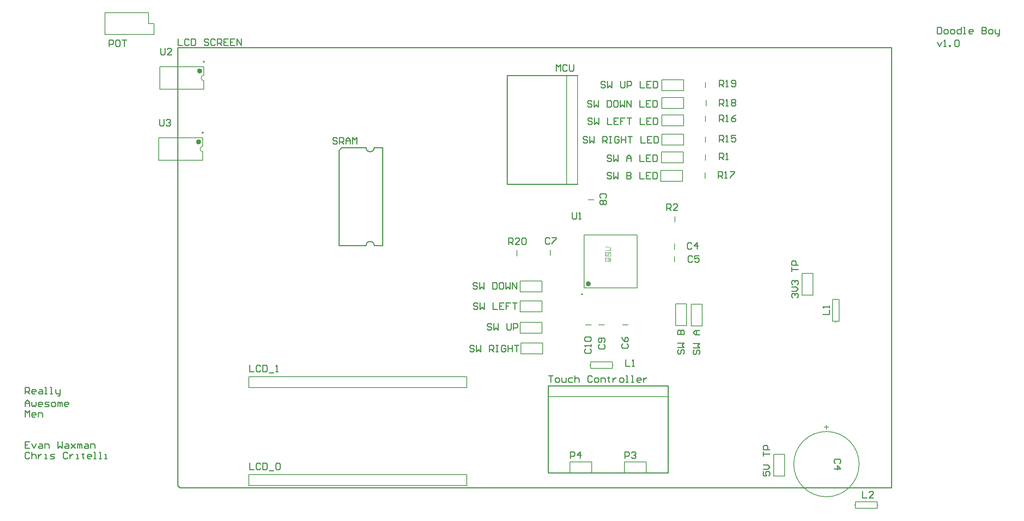
<source format=gto>
G04*
G04 #@! TF.GenerationSoftware,Altium Limited,Altium Designer,18.1.6 (161)*
G04*
G04 Layer_Color=65535*
%FSLAX25Y25*%
%MOIN*%
G70*
G01*
G75*
%ADD10C,0.00787*%
%ADD11C,0.02362*%
%ADD12C,0.00984*%
%ADD13C,0.01000*%
%ADD14C,0.00500*%
%ADD15C,0.00591*%
%ADD16C,0.00300*%
D10*
X875000Y149500D02*
G03*
X875000Y149500I-30000J0D01*
G01*
X272776Y441756D02*
G03*
X272776Y436756I0J-2500D01*
G01*
X273776Y507000D02*
G03*
X273776Y502000I0J-2500D01*
G01*
X627600Y240500D02*
X628500D01*
X648500D02*
X649400D01*
X628500D02*
Y243500D01*
X648500D01*
Y237500D02*
Y243500D01*
X628500Y237500D02*
X648500D01*
X628500D02*
Y240500D01*
X891500Y112020D02*
Y115020D01*
X871500D02*
X891500D01*
X871500Y109020D02*
Y115020D01*
Y109020D02*
X891500D01*
Y112020D01*
X870600D02*
X871500D01*
X891500D02*
X892400D01*
X853776Y300760D02*
Y301660D01*
Y279860D02*
Y280760D01*
Y300760D02*
X856776D01*
Y280760D02*
Y300760D01*
X850776Y280760D02*
X856776D01*
X850776D02*
Y300760D01*
X853776D01*
X561063Y340941D02*
Y346059D01*
X806500Y138500D02*
Y158500D01*
X796500D02*
X806500D01*
X796500Y138500D02*
Y158500D01*
Y138500D02*
X806500D01*
X822500Y305000D02*
Y325000D01*
Y305000D02*
X832500D01*
Y325000D01*
X822500D02*
X832500D01*
X183000Y564500D02*
X223000D01*
Y554500D02*
Y564500D01*
Y554500D02*
X228000D01*
Y544500D02*
Y554500D01*
X183000Y544500D02*
X228000D01*
X183000D02*
Y564500D01*
X733563Y412346D02*
Y417465D01*
X734000Y428941D02*
Y434059D01*
X734500Y478941D02*
Y484059D01*
X734000Y445441D02*
Y450559D01*
Y464441D02*
Y469559D01*
X693000Y409500D02*
X713000D01*
Y419500D01*
X693000D02*
X713000D01*
X693000Y409500D02*
Y419500D01*
X693500Y426500D02*
X713500D01*
Y436500D01*
X693500D02*
X713500D01*
X693500Y426500D02*
Y436500D01*
X694000Y443000D02*
X714000D01*
Y453000D01*
X694000D02*
X714000D01*
X694000Y443000D02*
Y453000D01*
X606500Y507000D02*
X616500D01*
Y407000D02*
Y507000D01*
X606500Y407000D02*
X616500D01*
X606500D02*
Y414500D01*
Y507000D01*
X694000Y460500D02*
X714000D01*
Y470500D01*
X694000D02*
X714000D01*
X694000Y460500D02*
Y470500D01*
X733937Y495441D02*
Y500559D01*
X694000Y476500D02*
X714000D01*
Y486500D01*
X694000D02*
X714000D01*
X694000Y476500D02*
Y486500D01*
Y493000D02*
X714000D01*
Y503000D01*
X694000D02*
X714000D01*
X694000Y493000D02*
Y503000D01*
X731000Y276500D02*
Y296500D01*
X721000D02*
X731000D01*
X721000Y276500D02*
Y296500D01*
Y276500D02*
X731000D01*
X716626Y277000D02*
Y297000D01*
X706626D02*
X716626D01*
X706626Y277000D02*
Y297000D01*
Y277000D02*
X716626D01*
X564000Y289500D02*
X584000D01*
Y299500D01*
X564000D02*
X584000D01*
X564000Y289500D02*
Y299500D01*
Y308000D02*
X584000D01*
Y318000D01*
X564000D02*
X584000D01*
X564000Y308000D02*
Y318000D01*
X564500Y251000D02*
X584500D01*
Y261000D01*
X564500D02*
X584500D01*
X564500Y251000D02*
Y261000D01*
X564000Y270000D02*
X584000D01*
Y280000D01*
X564000D02*
X584000D01*
X564000Y270000D02*
Y280000D01*
X624047Y277638D02*
X629165D01*
X636047D02*
X641165D01*
X657941D02*
X663059D01*
X591500Y341441D02*
Y346559D01*
X626441Y392437D02*
X631559D01*
X705500Y347047D02*
Y352165D01*
Y335547D02*
Y340665D01*
X232224Y428823D02*
Y449689D01*
X272776Y428823D02*
Y436756D01*
Y441756D02*
Y449689D01*
X232224Y428823D02*
X272776D01*
X232224Y449689D02*
X272776D01*
X233224Y494067D02*
Y514933D01*
X273776Y494067D02*
Y502000D01*
Y507000D02*
Y514933D01*
X233224Y494067D02*
X273776D01*
X233224Y514933D02*
X273776D01*
X706063Y372079D02*
Y377197D01*
X622571Y311386D02*
X671390D01*
X622571Y360205D02*
X671390D01*
X622571Y311386D02*
Y360205D01*
X671390Y311386D02*
Y360205D01*
X609500Y141500D02*
Y151500D01*
X629500D01*
Y141500D02*
Y151500D01*
X609500Y141500D02*
X629500D01*
X659500D02*
Y151500D01*
X679500D01*
Y141500D02*
Y151500D01*
X659500Y141500D02*
X679500D01*
X589500Y211500D02*
X692000D01*
X699500D01*
Y221500D01*
X589500D02*
X699500D01*
X589500Y211500D02*
Y221500D01*
X515000Y220000D02*
Y230000D01*
X315000Y220000D02*
X515000D01*
X315000D02*
Y230000D01*
X322500D01*
X515000D01*
Y130000D02*
Y140000D01*
X315000Y130000D02*
X515000D01*
X315000D02*
Y140000D01*
X322500D01*
X515000D01*
D11*
X270020Y445752D02*
G03*
X270020Y445752I-1181J0D01*
G01*
X271020Y510996D02*
G03*
X271020Y510996I-1181J0D01*
G01*
X627689Y315323D02*
G03*
X627689Y315323I-1181J0D01*
G01*
D12*
X273110Y454256D02*
G03*
X273110Y454256I-492J0D01*
G01*
X274110Y519500D02*
G03*
X274110Y519500I-492J0D01*
G01*
X621095Y305776D02*
G03*
X621095Y305776I-492J0D01*
G01*
D13*
X422528Y440461D02*
G03*
X430028Y440461I3750J0D01*
G01*
Y350461D02*
G03*
X422528Y350461I-3750J0D01*
G01*
X589500Y221500D02*
X699500D01*
Y141500D02*
Y221500D01*
X589500Y141500D02*
X699500D01*
X589500D02*
Y221500D01*
X552000Y407000D02*
X616500D01*
X552000D02*
Y409000D01*
Y507000D01*
X616500D01*
X249500Y130000D02*
Y532500D01*
Y130000D02*
X251500Y128000D01*
X904500D01*
Y532500D01*
X249500D02*
X904500D01*
X397528Y437961D02*
X400028Y440461D01*
X397528Y350461D02*
Y437961D01*
Y350461D02*
X422528D01*
X430028D02*
X437528D01*
Y440461D01*
X400028D02*
X422528D01*
X430028D02*
X437528D01*
X109500Y214085D02*
Y220083D01*
X112499D01*
X113499Y219084D01*
Y217084D01*
X112499Y216085D01*
X109500D01*
X111499D02*
X113499Y214085D01*
X118497D02*
X116498D01*
X115498Y215085D01*
Y217084D01*
X116498Y218084D01*
X118497D01*
X119497Y217084D01*
Y216085D01*
X115498D01*
X122496Y218084D02*
X124495D01*
X125495Y217084D01*
Y214085D01*
X122496D01*
X121496Y215085D01*
X122496Y216085D01*
X125495D01*
X127494Y214085D02*
X129493D01*
X128494D01*
Y220083D01*
X127494D01*
X132493Y214085D02*
X134492D01*
X133492D01*
Y220083D01*
X132493D01*
X137491Y218084D02*
Y215085D01*
X138491Y214085D01*
X141490D01*
Y213086D01*
X140490Y212086D01*
X139490D01*
X141490Y214085D02*
Y218084D01*
X109500Y202488D02*
Y206487D01*
X111499Y208486D01*
X113499Y206487D01*
Y202488D01*
Y205487D01*
X109500D01*
X115498Y206487D02*
Y203488D01*
X116498Y202488D01*
X117497Y203488D01*
X118497Y202488D01*
X119497Y203488D01*
Y206487D01*
X124495Y202488D02*
X122496D01*
X121496Y203488D01*
Y205487D01*
X122496Y206487D01*
X124495D01*
X125495Y205487D01*
Y204488D01*
X121496D01*
X127494Y202488D02*
X130493D01*
X131493Y203488D01*
X130493Y204488D01*
X128494D01*
X127494Y205487D01*
X128494Y206487D01*
X131493D01*
X134492Y202488D02*
X136491D01*
X137491Y203488D01*
Y205487D01*
X136491Y206487D01*
X134492D01*
X133492Y205487D01*
Y203488D01*
X134492Y202488D01*
X139490D02*
Y206487D01*
X140490D01*
X141490Y205487D01*
Y202488D01*
Y205487D01*
X142489Y206487D01*
X143489Y205487D01*
Y202488D01*
X148487D02*
X146488D01*
X145488Y203488D01*
Y205487D01*
X146488Y206487D01*
X148487D01*
X149487Y205487D01*
Y204488D01*
X145488D01*
X109500Y192891D02*
Y198889D01*
X111499Y196889D01*
X113499Y198889D01*
Y192891D01*
X118497D02*
X116498D01*
X115498Y193890D01*
Y195890D01*
X116498Y196889D01*
X118497D01*
X119497Y195890D01*
Y194890D01*
X115498D01*
X121496Y192891D02*
Y196889D01*
X124495D01*
X125495Y195890D01*
Y192891D01*
X113499Y170096D02*
X109500D01*
Y164098D01*
X113499D01*
X109500Y167097D02*
X111499D01*
X115498Y168096D02*
X117497Y164098D01*
X119497Y168096D01*
X122496D02*
X124495D01*
X125495Y167097D01*
Y164098D01*
X122496D01*
X121496Y165097D01*
X122496Y166097D01*
X125495D01*
X127494Y164098D02*
Y168096D01*
X130493D01*
X131493Y167097D01*
Y164098D01*
X139490Y170096D02*
Y164098D01*
X141490Y166097D01*
X143489Y164098D01*
Y170096D01*
X146488Y168096D02*
X148487D01*
X149487Y167097D01*
Y164098D01*
X146488D01*
X145488Y165097D01*
X146488Y166097D01*
X149487D01*
X151486Y168096D02*
X155485Y164098D01*
X153486Y166097D01*
X155485Y168096D01*
X151486Y164098D01*
X157484D02*
Y168096D01*
X158484D01*
X159484Y167097D01*
Y164098D01*
Y167097D01*
X160484Y168096D01*
X161483Y167097D01*
Y164098D01*
X164482Y168096D02*
X166482D01*
X167481Y167097D01*
Y164098D01*
X164482D01*
X163482Y165097D01*
X164482Y166097D01*
X167481D01*
X169481Y164098D02*
Y168096D01*
X172480D01*
X173479Y167097D01*
Y164098D01*
X113499Y159498D02*
X112499Y160498D01*
X110500D01*
X109500Y159498D01*
Y155500D01*
X110500Y154500D01*
X112499D01*
X113499Y155500D01*
X115498Y160498D02*
Y154500D01*
Y157499D01*
X116498Y158499D01*
X118497D01*
X119497Y157499D01*
Y154500D01*
X121496Y158499D02*
Y154500D01*
Y156499D01*
X122496Y157499D01*
X123495Y158499D01*
X124495D01*
X127494Y154500D02*
X129493D01*
X128494D01*
Y158499D01*
X127494D01*
X132493Y154500D02*
X135492D01*
X136491Y155500D01*
X135492Y156499D01*
X133492D01*
X132493Y157499D01*
X133492Y158499D01*
X136491D01*
X148487Y159498D02*
X147488Y160498D01*
X145488D01*
X144489Y159498D01*
Y155500D01*
X145488Y154500D01*
X147488D01*
X148487Y155500D01*
X150487Y158499D02*
Y154500D01*
Y156499D01*
X151486Y157499D01*
X152486Y158499D01*
X153486D01*
X156485Y154500D02*
X158484D01*
X157484D01*
Y158499D01*
X156485D01*
X162483Y159498D02*
Y158499D01*
X161483D01*
X163482D01*
X162483D01*
Y155500D01*
X163482Y154500D01*
X169481D02*
X167481D01*
X166482Y155500D01*
Y157499D01*
X167481Y158499D01*
X169481D01*
X170480Y157499D01*
Y156499D01*
X166482D01*
X172480Y154500D02*
X174479D01*
X173479D01*
Y160498D01*
X172480D01*
X177478Y154500D02*
X179477D01*
X178478D01*
Y160498D01*
X177478D01*
X182476Y154500D02*
X184476D01*
X183476D01*
Y158499D01*
X182476D01*
X946500Y551095D02*
Y545097D01*
X949499D01*
X950499Y546097D01*
Y550095D01*
X949499Y551095D01*
X946500D01*
X953498Y545097D02*
X955497D01*
X956497Y546097D01*
Y548096D01*
X955497Y549096D01*
X953498D01*
X952498Y548096D01*
Y546097D01*
X953498Y545097D01*
X959496D02*
X961495D01*
X962495Y546097D01*
Y548096D01*
X961495Y549096D01*
X959496D01*
X958496Y548096D01*
Y546097D01*
X959496Y545097D01*
X968493Y551095D02*
Y545097D01*
X965494D01*
X964494Y546097D01*
Y548096D01*
X965494Y549096D01*
X968493D01*
X970492Y545097D02*
X972492D01*
X971492D01*
Y551095D01*
X970492D01*
X978490Y545097D02*
X976490D01*
X975491Y546097D01*
Y548096D01*
X976490Y549096D01*
X978490D01*
X979489Y548096D01*
Y547096D01*
X975491D01*
X987487Y551095D02*
Y545097D01*
X990486D01*
X991485Y546097D01*
Y547096D01*
X990486Y548096D01*
X987487D01*
X990486D01*
X991485Y549096D01*
Y550095D01*
X990486Y551095D01*
X987487D01*
X994485Y545097D02*
X996484D01*
X997484Y546097D01*
Y548096D01*
X996484Y549096D01*
X994485D01*
X993485Y548096D01*
Y546097D01*
X994485Y545097D01*
X999483Y549096D02*
Y546097D01*
X1000482Y545097D01*
X1003482D01*
Y544097D01*
X1002482Y543098D01*
X1001482D01*
X1003482Y545097D02*
Y549096D01*
X946500Y537499D02*
X948499Y533500D01*
X950499Y537499D01*
X952498Y533500D02*
X954497D01*
X953498D01*
Y539498D01*
X952498Y538498D01*
X957496Y533500D02*
Y534500D01*
X958496D01*
Y533500D01*
X957496D01*
X962495Y538498D02*
X963494Y539498D01*
X965494D01*
X966494Y538498D01*
Y534500D01*
X965494Y533500D01*
X963494D01*
X962495Y534500D01*
Y538498D01*
X250000Y540498D02*
Y534500D01*
X253999D01*
X259997Y539498D02*
X258997Y540498D01*
X256998D01*
X255998Y539498D01*
Y535500D01*
X256998Y534500D01*
X258997D01*
X259997Y535500D01*
X261996Y540498D02*
Y534500D01*
X264995D01*
X265995Y535500D01*
Y539498D01*
X264995Y540498D01*
X261996D01*
X277991Y539498D02*
X276991Y540498D01*
X274992D01*
X273992Y539498D01*
Y538499D01*
X274992Y537499D01*
X276991D01*
X277991Y536499D01*
Y535500D01*
X276991Y534500D01*
X274992D01*
X273992Y535500D01*
X283989Y539498D02*
X282989Y540498D01*
X280990D01*
X279990Y539498D01*
Y535500D01*
X280990Y534500D01*
X282989D01*
X283989Y535500D01*
X285988Y534500D02*
Y540498D01*
X288987D01*
X289987Y539498D01*
Y537499D01*
X288987Y536499D01*
X285988D01*
X287988D02*
X289987Y534500D01*
X295985Y540498D02*
X291986D01*
Y534500D01*
X295985D01*
X291986Y537499D02*
X293986D01*
X301983Y540498D02*
X297985D01*
Y534500D01*
X301983D01*
X297985Y537499D02*
X299984D01*
X303982Y534500D02*
Y540498D01*
X307981Y534500D01*
Y540498D01*
X553226Y351600D02*
Y357598D01*
X556225D01*
X557225Y356598D01*
Y354599D01*
X556225Y353599D01*
X553226D01*
X555225D02*
X557225Y351600D01*
X563223D02*
X559224D01*
X563223Y355599D01*
Y356598D01*
X562223Y357598D01*
X560224D01*
X559224Y356598D01*
X565222D02*
X566222Y357598D01*
X568221D01*
X569221Y356598D01*
Y352600D01*
X568221Y351600D01*
X566222D01*
X565222Y352600D01*
Y356598D01*
X537499Y277998D02*
X536499Y278998D01*
X534500D01*
X533500Y277998D01*
Y276999D01*
X534500Y275999D01*
X536499D01*
X537499Y274999D01*
Y274000D01*
X536499Y273000D01*
X534500D01*
X533500Y274000D01*
X539498Y278998D02*
Y273000D01*
X541497Y274999D01*
X543497Y273000D01*
Y278998D01*
X551494D02*
Y274000D01*
X552494Y273000D01*
X554493D01*
X555493Y274000D01*
Y278998D01*
X557492Y273000D02*
Y278998D01*
X560491D01*
X561491Y277998D01*
Y275999D01*
X560491Y274999D01*
X557492D01*
X641999Y500498D02*
X640999Y501498D01*
X639000D01*
X638000Y500498D01*
Y499499D01*
X639000Y498499D01*
X640999D01*
X641999Y497499D01*
Y496500D01*
X640999Y495500D01*
X639000D01*
X638000Y496500D01*
X643998Y501498D02*
Y495500D01*
X645997Y497499D01*
X647997Y495500D01*
Y501498D01*
X655994D02*
Y496500D01*
X656994Y495500D01*
X658993D01*
X659993Y496500D01*
Y501498D01*
X661992Y495500D02*
Y501498D01*
X664991D01*
X665991Y500498D01*
Y498499D01*
X664991Y497499D01*
X661992D01*
X673988Y501498D02*
Y495500D01*
X677987D01*
X683985Y501498D02*
X679986D01*
Y495500D01*
X683985D01*
X679986Y498499D02*
X681986D01*
X685985Y501498D02*
Y495500D01*
X688983D01*
X689983Y496500D01*
Y500498D01*
X688983Y501498D01*
X685985D01*
X521499Y257998D02*
X520499Y258998D01*
X518500D01*
X517500Y257998D01*
Y256999D01*
X518500Y255999D01*
X520499D01*
X521499Y254999D01*
Y254000D01*
X520499Y253000D01*
X518500D01*
X517500Y254000D01*
X523498Y258998D02*
Y253000D01*
X525497Y254999D01*
X527497Y253000D01*
Y258998D01*
X535494Y253000D02*
Y258998D01*
X538493D01*
X539493Y257998D01*
Y255999D01*
X538493Y254999D01*
X535494D01*
X537494D02*
X539493Y253000D01*
X541492Y258998D02*
X543492D01*
X542492D01*
Y253000D01*
X541492D01*
X543492D01*
X550489Y257998D02*
X549490Y258998D01*
X547490D01*
X546491Y257998D01*
Y254000D01*
X547490Y253000D01*
X549490D01*
X550489Y254000D01*
Y255999D01*
X548490D01*
X552489Y258998D02*
Y253000D01*
Y255999D01*
X556487D01*
Y258998D01*
Y253000D01*
X558487Y258998D02*
X562486D01*
X560486D01*
Y253000D01*
X625499Y449998D02*
X624499Y450998D01*
X622500D01*
X621500Y449998D01*
Y448999D01*
X622500Y447999D01*
X624499D01*
X625499Y446999D01*
Y446000D01*
X624499Y445000D01*
X622500D01*
X621500Y446000D01*
X627498Y450998D02*
Y445000D01*
X629497Y446999D01*
X631497Y445000D01*
Y450998D01*
X639494Y445000D02*
Y450998D01*
X642493D01*
X643493Y449998D01*
Y447999D01*
X642493Y446999D01*
X639494D01*
X641494D02*
X643493Y445000D01*
X645492Y450998D02*
X647492D01*
X646492D01*
Y445000D01*
X645492D01*
X647492D01*
X654489Y449998D02*
X653490Y450998D01*
X651490D01*
X650491Y449998D01*
Y446000D01*
X651490Y445000D01*
X653490D01*
X654489Y446000D01*
Y447999D01*
X652490D01*
X656489Y450998D02*
Y445000D01*
Y447999D01*
X660487D01*
Y450998D01*
Y445000D01*
X662487Y450998D02*
X666486D01*
X664486D01*
Y445000D01*
X674483Y450998D02*
Y445000D01*
X678482D01*
X684480Y450998D02*
X680481D01*
Y445000D01*
X684480D01*
X680481Y447999D02*
X682480D01*
X686479Y450998D02*
Y445000D01*
X689478D01*
X690478Y446000D01*
Y449998D01*
X689478Y450998D01*
X686479D01*
X524999Y296998D02*
X523999Y297998D01*
X522000D01*
X521000Y296998D01*
Y295999D01*
X522000Y294999D01*
X523999D01*
X524999Y293999D01*
Y293000D01*
X523999Y292000D01*
X522000D01*
X521000Y293000D01*
X526998Y297998D02*
Y292000D01*
X528997Y293999D01*
X530997Y292000D01*
Y297998D01*
X538994D02*
Y292000D01*
X542993D01*
X548991Y297998D02*
X544992D01*
Y292000D01*
X548991D01*
X544992Y294999D02*
X546992D01*
X554989Y297998D02*
X550990D01*
Y294999D01*
X552990D01*
X550990D01*
Y292000D01*
X556988Y297998D02*
X560987D01*
X558988D01*
Y292000D01*
X629999Y466998D02*
X628999Y467998D01*
X627000D01*
X626000Y466998D01*
Y465999D01*
X627000Y464999D01*
X628999D01*
X629999Y463999D01*
Y463000D01*
X628999Y462000D01*
X627000D01*
X626000Y463000D01*
X631998Y467998D02*
Y462000D01*
X633997Y463999D01*
X635997Y462000D01*
Y467998D01*
X643994D02*
Y462000D01*
X647993D01*
X653991Y467998D02*
X649992D01*
Y462000D01*
X653991D01*
X649992Y464999D02*
X651992D01*
X659989Y467998D02*
X655990D01*
Y464999D01*
X657990D01*
X655990D01*
Y462000D01*
X661988Y467998D02*
X665987D01*
X663988D01*
Y462000D01*
X673984Y467998D02*
Y462000D01*
X677983D01*
X683981Y467998D02*
X679983D01*
Y462000D01*
X683981D01*
X679983Y464999D02*
X681982D01*
X685981Y467998D02*
Y462000D01*
X688980D01*
X689979Y463000D01*
Y466998D01*
X688980Y467998D01*
X685981D01*
X524499Y315498D02*
X523499Y316498D01*
X521500D01*
X520500Y315498D01*
Y314499D01*
X521500Y313499D01*
X523499D01*
X524499Y312499D01*
Y311500D01*
X523499Y310500D01*
X521500D01*
X520500Y311500D01*
X526498Y316498D02*
Y310500D01*
X528497Y312499D01*
X530497Y310500D01*
Y316498D01*
X538494D02*
Y310500D01*
X541493D01*
X542493Y311500D01*
Y315498D01*
X541493Y316498D01*
X538494D01*
X547491D02*
X545492D01*
X544492Y315498D01*
Y311500D01*
X545492Y310500D01*
X547491D01*
X548491Y311500D01*
Y315498D01*
X547491Y316498D01*
X550490D02*
Y310500D01*
X552490Y312499D01*
X554489Y310500D01*
Y316498D01*
X556488Y310500D02*
Y316498D01*
X560487Y310500D01*
Y316498D01*
X629499Y482998D02*
X628499Y483998D01*
X626500D01*
X625500Y482998D01*
Y481999D01*
X626500Y480999D01*
X628499D01*
X629499Y479999D01*
Y479000D01*
X628499Y478000D01*
X626500D01*
X625500Y479000D01*
X631498Y483998D02*
Y478000D01*
X633497Y479999D01*
X635497Y478000D01*
Y483998D01*
X643494D02*
Y478000D01*
X646493D01*
X647493Y479000D01*
Y482998D01*
X646493Y483998D01*
X643494D01*
X652491D02*
X650492D01*
X649492Y482998D01*
Y479000D01*
X650492Y478000D01*
X652491D01*
X653491Y479000D01*
Y482998D01*
X652491Y483998D01*
X655490D02*
Y478000D01*
X657490Y479999D01*
X659489Y478000D01*
Y483998D01*
X661488Y478000D02*
Y483998D01*
X665487Y478000D01*
Y483998D01*
X673485D02*
Y478000D01*
X677483D01*
X683481Y483998D02*
X679483D01*
Y478000D01*
X683481D01*
X679483Y480999D02*
X681482D01*
X685481Y483998D02*
Y478000D01*
X688480D01*
X689479Y479000D01*
Y482998D01*
X688480Y483998D01*
X685481D01*
X709128Y254999D02*
X708128Y253999D01*
Y252000D01*
X709128Y251000D01*
X710127D01*
X711127Y252000D01*
Y253999D01*
X712127Y254999D01*
X713126D01*
X714126Y253999D01*
Y252000D01*
X713126Y251000D01*
X708128Y256998D02*
X714126D01*
X712127Y258997D01*
X714126Y260997D01*
X708128D01*
Y268994D02*
X714126D01*
Y271993D01*
X713126Y272993D01*
X712127D01*
X711127Y271993D01*
Y268994D01*
Y271993D01*
X710127Y272993D01*
X709128D01*
X708128Y271993D01*
Y268994D01*
X647499Y416998D02*
X646499Y417998D01*
X644500D01*
X643500Y416998D01*
Y415999D01*
X644500Y414999D01*
X646499D01*
X647499Y413999D01*
Y413000D01*
X646499Y412000D01*
X644500D01*
X643500Y413000D01*
X649498Y417998D02*
Y412000D01*
X651497Y413999D01*
X653497Y412000D01*
Y417998D01*
X661494D02*
Y412000D01*
X664493D01*
X665493Y413000D01*
Y413999D01*
X664493Y414999D01*
X661494D01*
X664493D01*
X665493Y415999D01*
Y416998D01*
X664493Y417998D01*
X661494D01*
X673490D02*
Y412000D01*
X677489D01*
X683487Y417998D02*
X679488D01*
Y412000D01*
X683487D01*
X679488Y414999D02*
X681488D01*
X685486Y417998D02*
Y412000D01*
X688485D01*
X689485Y413000D01*
Y416998D01*
X688485Y417998D01*
X685486D01*
X723502Y254499D02*
X722502Y253499D01*
Y251500D01*
X723502Y250500D01*
X724501D01*
X725501Y251500D01*
Y253499D01*
X726501Y254499D01*
X727500D01*
X728500Y253499D01*
Y251500D01*
X727500Y250500D01*
X722502Y256498D02*
X728500D01*
X726501Y258497D01*
X728500Y260497D01*
X722502D01*
X728500Y268494D02*
X724501D01*
X722502Y270494D01*
X724501Y272493D01*
X728500D01*
X725501D01*
Y268494D01*
X647499Y432998D02*
X646499Y433998D01*
X644500D01*
X643500Y432998D01*
Y431999D01*
X644500Y430999D01*
X646499D01*
X647499Y429999D01*
Y429000D01*
X646499Y428000D01*
X644500D01*
X643500Y429000D01*
X649498Y433998D02*
Y428000D01*
X651497Y429999D01*
X653497Y428000D01*
Y433998D01*
X661494Y428000D02*
Y431999D01*
X663493Y433998D01*
X665493Y431999D01*
Y428000D01*
Y430999D01*
X661494D01*
X673490Y433998D02*
Y428000D01*
X677489D01*
X683487Y433998D02*
X679488D01*
Y428000D01*
X683487D01*
X679488Y430999D02*
X681488D01*
X685486Y433998D02*
Y428000D01*
X688485D01*
X689485Y429000D01*
Y432998D01*
X688485Y433998D01*
X685486D01*
X746500Y496500D02*
Y502498D01*
X749499D01*
X750499Y501498D01*
Y499499D01*
X749499Y498499D01*
X746500D01*
X748499D02*
X750499Y496500D01*
X752498D02*
X754497D01*
X753498D01*
Y502498D01*
X752498Y501498D01*
X757496Y497500D02*
X758496Y496500D01*
X760496D01*
X761495Y497500D01*
Y501498D01*
X760496Y502498D01*
X758496D01*
X757496Y501498D01*
Y500499D01*
X758496Y499499D01*
X761495D01*
X746500Y479000D02*
Y484998D01*
X749499D01*
X750499Y483998D01*
Y481999D01*
X749499Y480999D01*
X746500D01*
X748499D02*
X750499Y479000D01*
X752498D02*
X754497D01*
X753498D01*
Y484998D01*
X752498Y483998D01*
X757496D02*
X758496Y484998D01*
X760496D01*
X761495Y483998D01*
Y482999D01*
X760496Y481999D01*
X761495Y480999D01*
Y480000D01*
X760496Y479000D01*
X758496D01*
X757496Y480000D01*
Y480999D01*
X758496Y481999D01*
X757496Y482999D01*
Y483998D01*
X758496Y481999D02*
X760496D01*
X745626Y412405D02*
Y418403D01*
X748625D01*
X749625Y417404D01*
Y415405D01*
X748625Y414405D01*
X745626D01*
X747625D02*
X749625Y412405D01*
X751624D02*
X753623D01*
X752624D01*
Y418403D01*
X751624Y417404D01*
X756622Y418403D02*
X760621D01*
Y417404D01*
X756622Y413405D01*
Y412405D01*
X746500Y464500D02*
Y470498D01*
X749499D01*
X750499Y469498D01*
Y467499D01*
X749499Y466499D01*
X746500D01*
X748499D02*
X750499Y464500D01*
X752498D02*
X754497D01*
X753498D01*
Y470498D01*
X752498Y469498D01*
X761495Y470498D02*
X759496Y469498D01*
X757496Y467499D01*
Y465500D01*
X758496Y464500D01*
X760496D01*
X761495Y465500D01*
Y466499D01*
X760496Y467499D01*
X757496D01*
X746500Y446000D02*
Y451998D01*
X749499D01*
X750499Y450998D01*
Y448999D01*
X749499Y447999D01*
X746500D01*
X748499D02*
X750499Y446000D01*
X752498D02*
X754497D01*
X753498D01*
Y451998D01*
X752498Y450998D01*
X761495Y451998D02*
X757496D01*
Y448999D01*
X759496Y449999D01*
X760496D01*
X761495Y448999D01*
Y447000D01*
X760496Y446000D01*
X758496D01*
X757496Y447000D01*
X746500Y429500D02*
Y435498D01*
X749499D01*
X750499Y434498D01*
Y432499D01*
X749499Y431499D01*
X746500D01*
X748499D02*
X750499Y429500D01*
X752498D02*
X754497D01*
X753498D01*
Y435498D01*
X752498Y434498D01*
X878000Y124518D02*
Y118520D01*
X881999D01*
X887997D02*
X883998D01*
X887997Y122518D01*
Y123518D01*
X886997Y124518D01*
X884998D01*
X883998Y123518D01*
X841778Y287260D02*
X847776D01*
Y291259D01*
Y293258D02*
Y295257D01*
Y294258D01*
X841778D01*
X842777Y293258D01*
X232800Y466598D02*
Y461600D01*
X233800Y460600D01*
X235799D01*
X236799Y461600D01*
Y466598D01*
X238798Y465598D02*
X239798Y466598D01*
X241797D01*
X242797Y465598D01*
Y464599D01*
X241797Y463599D01*
X240797D01*
X241797D01*
X242797Y462599D01*
Y461600D01*
X241797Y460600D01*
X239798D01*
X238798Y461600D01*
X233800Y531898D02*
Y526900D01*
X234800Y525900D01*
X236799D01*
X237799Y526900D01*
Y531898D01*
X243797Y525900D02*
X239798D01*
X243797Y529899D01*
Y530898D01*
X242797Y531898D01*
X240798D01*
X239798Y530898D01*
X186500Y533500D02*
Y539498D01*
X189499D01*
X190499Y538498D01*
Y536499D01*
X189499Y535499D01*
X186500D01*
X195497Y539498D02*
X193498D01*
X192498Y538498D01*
Y534500D01*
X193498Y533500D01*
X195497D01*
X196497Y534500D01*
Y538498D01*
X195497Y539498D01*
X198496D02*
X202495D01*
X200496D01*
Y533500D01*
X597000Y511000D02*
Y516998D01*
X598999Y514999D01*
X600999Y516998D01*
Y511000D01*
X606997Y515998D02*
X605997Y516998D01*
X603998D01*
X602998Y515998D01*
Y512000D01*
X603998Y511000D01*
X605997D01*
X606997Y512000D01*
X608996Y516998D02*
Y512000D01*
X609996Y511000D01*
X611995D01*
X612995Y512000D01*
Y516998D01*
X611780Y380993D02*
Y375995D01*
X612780Y374995D01*
X614779D01*
X615779Y375995D01*
Y380993D01*
X617778Y374995D02*
X619778D01*
X618778D01*
Y380993D01*
X617778Y379994D01*
X698200Y382738D02*
Y388736D01*
X701199D01*
X702199Y387736D01*
Y385737D01*
X701199Y384737D01*
X698200D01*
X700199D02*
X702199Y382738D01*
X708197D02*
X704198D01*
X708197Y386736D01*
Y387736D01*
X707197Y388736D01*
X705198D01*
X704198Y387736D01*
X787002Y142999D02*
Y139000D01*
X790001D01*
X789001Y140999D01*
Y141999D01*
X790001Y142999D01*
X792000D01*
X793000Y141999D01*
Y140000D01*
X792000Y139000D01*
X787002Y144998D02*
X791001D01*
X793000Y146997D01*
X791001Y148997D01*
X787002D01*
Y156994D02*
Y160993D01*
Y158993D01*
X793000D01*
Y162992D02*
X787002D01*
Y165991D01*
X788002Y166991D01*
X790001D01*
X791001Y165991D01*
Y162992D01*
X814002Y302500D02*
X813002Y303500D01*
Y305499D01*
X814002Y306499D01*
X815001D01*
X816001Y305499D01*
Y304499D01*
Y305499D01*
X817001Y306499D01*
X818000D01*
X819000Y305499D01*
Y303500D01*
X818000Y302500D01*
X813002Y308498D02*
X817001D01*
X819000Y310497D01*
X817001Y312497D01*
X813002D01*
X814002Y314496D02*
X813002Y315496D01*
Y317495D01*
X814002Y318495D01*
X815001D01*
X816001Y317495D01*
Y316495D01*
Y317495D01*
X817001Y318495D01*
X818000D01*
X819000Y317495D01*
Y315496D01*
X818000Y314496D01*
X813002Y326492D02*
Y330491D01*
Y328492D01*
X819000D01*
Y332490D02*
X813002D01*
Y335489D01*
X814002Y336489D01*
X816001D01*
X817001Y335489D01*
Y332490D01*
X660500Y245498D02*
Y239500D01*
X664499D01*
X666498D02*
X668497D01*
X667498D01*
Y245498D01*
X666498Y244498D01*
X624108Y255637D02*
X623108Y254637D01*
Y252638D01*
X624108Y251638D01*
X628107D01*
X629106Y252638D01*
Y254637D01*
X628107Y255637D01*
X629106Y257636D02*
Y259635D01*
Y258635D01*
X623108D01*
X624108Y257636D01*
Y262634D02*
X623108Y263634D01*
Y265633D01*
X624108Y266633D01*
X628107D01*
X629106Y265633D01*
Y263634D01*
X628107Y262634D01*
X624108D01*
X636608Y259636D02*
X635608Y258637D01*
Y256638D01*
X636608Y255638D01*
X640607D01*
X641606Y256638D01*
Y258637D01*
X640607Y259636D01*
Y261636D02*
X641606Y262635D01*
Y264635D01*
X640607Y265635D01*
X636608D01*
X635608Y264635D01*
Y262635D01*
X636608Y261636D01*
X637608D01*
X638607Y262635D01*
Y265635D01*
X641998Y394237D02*
X642998Y395237D01*
Y397236D01*
X641998Y398236D01*
X638000D01*
X637000Y397236D01*
Y395237D01*
X638000Y394237D01*
X641998Y392238D02*
X642998Y391238D01*
Y389239D01*
X641998Y388239D01*
X640999D01*
X639999Y389239D01*
X638999Y388239D01*
X638000D01*
X637000Y389239D01*
Y391238D01*
X638000Y392238D01*
X638999D01*
X639999Y391238D01*
X640999Y392238D01*
X641998D01*
X639999Y391238D02*
Y389239D01*
X856998Y150241D02*
X857998Y151241D01*
Y153241D01*
X856998Y154240D01*
X853000D01*
X852000Y153241D01*
Y151241D01*
X853000Y150241D01*
X852000Y145243D02*
X857998D01*
X854999Y148242D01*
Y144243D01*
X591062Y356766D02*
X590062Y357766D01*
X588063D01*
X587063Y356766D01*
Y352767D01*
X588063Y351768D01*
X590062D01*
X591062Y352767D01*
X593061Y357766D02*
X597060D01*
Y356766D01*
X593061Y352767D01*
Y351768D01*
X658116Y260137D02*
X657116Y259137D01*
Y257137D01*
X658116Y256138D01*
X662114D01*
X663114Y257137D01*
Y259137D01*
X662114Y260137D01*
X657116Y266135D02*
X658116Y264135D01*
X660115Y262136D01*
X662114D01*
X663114Y263136D01*
Y265135D01*
X662114Y266135D01*
X661115D01*
X660115Y265135D01*
Y262136D01*
X721936Y340105D02*
X720936Y341104D01*
X718937D01*
X717937Y340105D01*
Y336106D01*
X718937Y335106D01*
X720936D01*
X721936Y336106D01*
X727934Y341104D02*
X723935D01*
Y338105D01*
X725934Y339105D01*
X726934D01*
X727934Y338105D01*
Y336106D01*
X726934Y335106D01*
X724935D01*
X723935Y336106D01*
X721436Y352105D02*
X720436Y353104D01*
X718437D01*
X717437Y352105D01*
Y348106D01*
X718437Y347106D01*
X720436D01*
X721436Y348106D01*
X726434Y347106D02*
Y353104D01*
X723435Y350105D01*
X727434D01*
X590100Y230898D02*
X594099D01*
X592099D01*
Y224900D01*
X597098D02*
X599097D01*
X600097Y225900D01*
Y227899D01*
X599097Y228899D01*
X597098D01*
X596098Y227899D01*
Y225900D01*
X597098Y224900D01*
X602096Y228899D02*
Y225900D01*
X603096Y224900D01*
X606095D01*
Y228899D01*
X612093D02*
X609094D01*
X608094Y227899D01*
Y225900D01*
X609094Y224900D01*
X612093D01*
X614092Y230898D02*
Y224900D01*
Y227899D01*
X615092Y228899D01*
X617091D01*
X618091Y227899D01*
Y224900D01*
X630087Y229898D02*
X629087Y230898D01*
X627088D01*
X626088Y229898D01*
Y225900D01*
X627088Y224900D01*
X629087D01*
X630087Y225900D01*
X633086Y224900D02*
X635085D01*
X636085Y225900D01*
Y227899D01*
X635085Y228899D01*
X633086D01*
X632086Y227899D01*
Y225900D01*
X633086Y224900D01*
X638085D02*
Y228899D01*
X641083D01*
X642083Y227899D01*
Y224900D01*
X645082Y229898D02*
Y228899D01*
X644082D01*
X646082D01*
X645082D01*
Y225900D01*
X646082Y224900D01*
X649081Y228899D02*
Y224900D01*
Y226899D01*
X650081Y227899D01*
X651080Y228899D01*
X652080D01*
X656079Y224900D02*
X658078D01*
X659078Y225900D01*
Y227899D01*
X658078Y228899D01*
X656079D01*
X655079Y227899D01*
Y225900D01*
X656079Y224900D01*
X661077D02*
X663076D01*
X662077D01*
Y230898D01*
X661077D01*
X666075Y224900D02*
X668075D01*
X667075D01*
Y230898D01*
X666075D01*
X674073Y224900D02*
X672074D01*
X671074Y225900D01*
Y227899D01*
X672074Y228899D01*
X674073D01*
X675072Y227899D01*
Y226899D01*
X671074D01*
X677072Y228899D02*
Y224900D01*
Y226899D01*
X678071Y227899D01*
X679071Y228899D01*
X680071D01*
X610100Y154900D02*
Y160898D01*
X613099D01*
X614099Y159898D01*
Y157899D01*
X613099Y156899D01*
X610100D01*
X619097Y154900D02*
Y160898D01*
X616098Y157899D01*
X620097D01*
X660100Y154900D02*
Y160898D01*
X663099D01*
X664099Y159898D01*
Y157899D01*
X663099Y156899D01*
X660100D01*
X666098Y159898D02*
X667098Y160898D01*
X669097D01*
X670097Y159898D01*
Y158899D01*
X669097Y157899D01*
X668097D01*
X669097D01*
X670097Y156899D01*
Y155900D01*
X669097Y154900D01*
X667098D01*
X666098Y155900D01*
X315600Y150398D02*
Y144400D01*
X319599D01*
X325597Y149398D02*
X324597Y150398D01*
X322598D01*
X321598Y149398D01*
Y145400D01*
X322598Y144400D01*
X324597D01*
X325597Y145400D01*
X327596Y150398D02*
Y144400D01*
X330595D01*
X331595Y145400D01*
Y149398D01*
X330595Y150398D01*
X327596D01*
X333594Y143400D02*
X337593D01*
X339592Y149398D02*
X340592Y150398D01*
X342591D01*
X343591Y149398D01*
Y145400D01*
X342591Y144400D01*
X340592D01*
X339592Y145400D01*
Y149398D01*
X315600Y240398D02*
Y234400D01*
X319599D01*
X325597Y239398D02*
X324597Y240398D01*
X322598D01*
X321598Y239398D01*
Y235400D01*
X322598Y234400D01*
X324597D01*
X325597Y235400D01*
X327596Y240398D02*
Y234400D01*
X330595D01*
X331595Y235400D01*
Y239398D01*
X330595Y240398D01*
X327596D01*
X333594Y233400D02*
X337593D01*
X339592Y234400D02*
X341592D01*
X340592D01*
Y240398D01*
X339592Y239398D01*
X396048Y448966D02*
X395049Y449966D01*
X393049D01*
X392050Y448966D01*
Y447966D01*
X393049Y446967D01*
X395049D01*
X396048Y445967D01*
Y444967D01*
X395049Y443968D01*
X393049D01*
X392050Y444967D01*
X398048Y443968D02*
Y449966D01*
X401047D01*
X402046Y448966D01*
Y446967D01*
X401047Y445967D01*
X398048D01*
X400047D02*
X402046Y443968D01*
X404046D02*
Y447966D01*
X406045Y449966D01*
X408044Y447966D01*
Y443968D01*
Y446967D01*
X404046D01*
X410044Y443968D02*
Y449966D01*
X412043Y447966D01*
X414043Y449966D01*
Y443968D01*
D14*
X397528Y351720D02*
Y437961D01*
D15*
X844949Y181515D02*
Y185451D01*
X842981Y183483D02*
X846917D01*
D16*
X641982Y335795D02*
X646980D01*
Y338295D01*
X646147Y339128D01*
X642815D01*
X641982Y338295D01*
Y335795D01*
Y344126D02*
Y340794D01*
X646980D01*
Y344126D01*
X644481Y340794D02*
Y342460D01*
X641982Y345792D02*
X645314D01*
X646980Y347458D01*
X645314Y349124D01*
X641982D01*
X646980Y335795D02*
X641982D01*
Y338295D01*
X642815Y339128D01*
X644481D01*
X645314Y338295D01*
Y335795D01*
X646980Y340794D02*
X641982D01*
X646980Y344126D01*
X641982D01*
Y335795D02*
X645314D01*
X646980Y337461D01*
X645314Y339128D01*
X641982D01*
X646980Y340794D02*
X643648D01*
X641982Y342460D01*
X643648Y344126D01*
X646980D01*
X644481D01*
Y340794D01*
X641982Y345792D02*
X646980D01*
Y349124D01*
X641982Y335795D02*
Y339128D01*
Y337461D01*
X646980D01*
X641982Y343293D02*
Y341627D01*
X642815Y340794D01*
X646147D01*
X646980Y341627D01*
Y343293D01*
X646147Y344126D01*
X642815D01*
X641982Y343293D01*
Y345792D02*
X646980D01*
Y349124D01*
M02*

</source>
